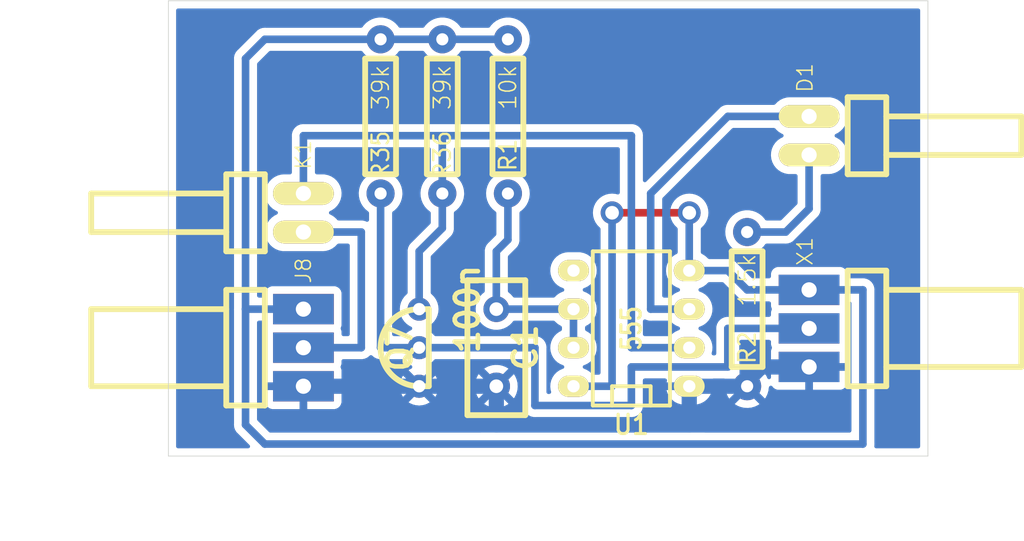
<source format=kicad_pcb>
(kicad_pcb (version 20211014) (generator pcbnew)
  (layers (0 "F.Cu" signal) (31 "B.Cu" signal) (34 "B.Paste" user) (35 "F.Paste" user) (36 "B.SilkS" user "B.Silkscreen") (37 "F.SilkS" user "F.Silkscreen") (38 "B.Mask" user) (39 "F.Mask" user) (44 "Edge.Cuts" user))
  (net 0 "")
  (net 1 "Net-(C1-Pad1)")
  (net 2 "GND")
  (net 3 "Net-(R2-Pad2)")
  (net 4 "Net-(U1-Pad3)")
  (net 5 "/5V")
  (net 6 "Net-(J8-Pad2)")
  (net 7 "Net-(K1-Pad1)")
  (net 8 "Net-(Q7-PadG)")
  (footprint "RG:DIP-8_300" (layer "F.Cu") (at 30.48 21.59 90)
    (fp_text reference "U1" (at -6.35 0) (layer "F.SilkS") (effects (font (size 1.27 1.143) (thickness 0.2032))))
    (fp_text value "555" (at 0 0 90) (layer "F.SilkS") (effects (font (size 1.27 1.016) (thickness 0.2032))))
    (fp_line (start -5.08 -1.27) (end -3.81 -1.27) (layer "F.SilkS") (width 0.254))
    (fp_line (start -5.08 -2.54) (end 5.08 -2.54) (layer "F.SilkS") (width 0.254))
    (fp_line (start -3.81 -1.27) (end -3.81 1.27) (layer "F.SilkS") (width 0.254))
    (fp_line (start 5.08 -2.54) (end 5.08 2.54) (layer "F.SilkS") (width 0.254))
    (fp_line (start 5.08 2.54) (end -5.08 2.54) (layer "F.SilkS") (width 0.254))
    (fp_line (start -5.08 2.54) (end -5.08 -2.54) (layer "F.SilkS") (width 0.254))
    (fp_line (start -3.81 1.27) (end -5.08 1.27) (layer "F.SilkS") (width 0.254))
    (pad "1" thru_hole oval locked (at -3.81 3.81 90) (size 1.397 2.032) (drill 0.8128) (layers *.Cu *.Mask "F.SilkS") (net 2 "GND"))
    (pad "2" thru_hole oval locked (at -1.27 3.81 90) (size 1.397 2.032) (drill 0.8128) (layers *.Cu *.Mask "F.SilkS") (net 7 "Net-(K1-Pad1)"))
    (pad "3" thru_hole oval locked (at 1.27 3.81 90) (size 1.397 2.032) (drill 0.8128) (layers *.Cu *.Mask "F.SilkS") (net 4 "Net-(U1-Pad3)"))
    (pad "4" thru_hole oval locked (at 3.81 3.81 90) (size 1.397 2.032) (drill 0.8128) (layers *.Cu *.Mask "F.SilkS") (net 5 "/5V"))
    (pad "5" thru_hole oval locked (at 3.81 -3.81 90) (size 1.397 2.032) (drill 0.8128) (layers *.Cu *.Mask "F.SilkS"))
    (pad "6" thru_hole oval locked (at 1.27 -3.81 90) (size 1.397 2.032) (drill 0.8128) (layers *.Cu *.Mask "F.SilkS") (net 1 "Net-(C1-Pad1)"))
    (pad "7" thru_hole oval locked (at -1.27 -3.81 90) (size 1.397 2.032) (drill 0.8128) (layers *.Cu *.Mask "F.SilkS") (net 1 "Net-(C1-Pad1)"))
    (pad "8" thru_hole oval locked (at -3.81 -3.81 90) (size 1.397 2.032) (drill 0.8128) (layers *.Cu *.Mask "F.SilkS") (net 5 "/5V"))
  )
  (footprint "RG:PSS_3W" (layer "F.Cu") (at 42.1798 21.59 -90)
    (fp_text reference "X1" (at -5.08 0.2698 90) (layer "F.SilkS") (effects (font (size 1.00076 1.00076) (thickness 0.09906))))
    (fp_text value "OPL820-OC" hide)
    (fp_line (start -3.81 -5.08) (end -3.81 -2.54) (layer "F.SilkS") (width 0.381))
    (fp_line (start -3.81 -2.54) (end 3.81 -2.54) (layer "F.SilkS") (width 0.381))
    (fp_line (start 3.81 -5.08) (end -3.81 -5.08) (layer "F.SilkS") (width 0.381))
    (fp_line (start 2.54 -13.97) (end 2.54 -5.08) (layer "F.SilkS") (width 0.381))
    (fp_line (start -2.54 -5.08) (end -2.54 -13.97) (layer "F.SilkS") (width 0.381))
    (fp_line (start -2.54 -13.97) (end 2.54 -13.97) (layer "F.SilkS") (width 0.381))
    (fp_line (start 3.81 -2.54) (end 3.81 -5.08) (layer "F.SilkS") (width 0.381))
    (pad "1" thru_hole rect (at 2.54 0 270) (size 1.99898 4) (drill 1.00076) (layers *.Cu *.Mask) (net 2 "GND"))
    (pad "2" thru_hole rect (at 0 0 270) (size 1.99898 4) (drill 1.00076) (layers *.Cu *.Mask) (net 8 "Net-(Q7-PadG)"))
    (pad "3" thru_hole rect (at -2.54 0 270) (size 1.99898 4) (drill 1.00076) (layers *.Cu *.Mask) (net 5 "/5V"))
  )
  (footprint "RG:R4-2" (layer "F.Cu") (at 38.1 20.32 90)
    (fp_text reference "R2" (at -2.54 0 90) (layer "F.SilkS") (effects (font (size 1.1 1.1))))
    (fp_text value "1.5k" (at 1.905 0 90) (layer "F.SilkS") (effects (font (size 1.1 1.1) (thickness 0.1))))
    (fp_line (start -3.81 1.016) (end -3.81 -1.016) (layer "F.SilkS") (width 0.381))
    (fp_line (start -3.81 -1.016) (end 3.81 -1.016) (layer "F.SilkS") (width 0.381))
    (fp_line (start 3.81 1.016) (end -3.81 1.016) (layer "F.SilkS") (width 0.381))
    (fp_line (start 3.81 -1.016) (end 3.81 1.016) (layer "F.SilkS") (width 0.381))
    (pad "1" thru_hole circle (at -5.08 0 90) (size 1.85 1.85) (drill 0.8) (layers *.Cu *.Mask) (net 2 "GND"))
    (pad "2" thru_hole circle (at 5.08 0 90) (size 1.85 1.85) (drill 0.8) (layers *.Cu *.Mask) (net 3 "Net-(R2-Pad2)"))
  )
  (footprint "RG:R4-2" (layer "F.Cu") (at 22.352 7.62 90)
    (fp_text reference "R1" (at -2.54 0 90) (layer "F.SilkS") (effects (font (size 1.1 1.1))))
    (fp_text value "10k" (at 1.905 0 90) (layer "F.SilkS") (effects (font (size 1.1 1.1) (thickness 0.1))))
    (fp_line (start -3.81 -1.016) (end 3.81 -1.016) (layer "F.SilkS") (width 0.381))
    (fp_line (start 3.81 -1.016) (end 3.81 1.016) (layer "F.SilkS") (width 0.381))
    (fp_line (start -3.81 1.016) (end -3.81 -1.016) (layer "F.SilkS") (width 0.381))
    (fp_line (start 3.81 1.016) (end -3.81 1.016) (layer "F.SilkS") (width 0.381))
    (pad "1" thru_hole circle (at -5.08 0 90) (size 1.85 1.85) (drill 0.8) (layers *.Cu *.Mask) (net 1 "Net-(C1-Pad1)"))
    (pad "2" thru_hole circle (at 5.08 0 90) (size 1.85 1.85) (drill 0.8) (layers *.Cu *.Mask) (net 5 "/5V"))
  )
  (footprint "RG:PSS_2W" (layer "F.Cu") (at 42.1798 8.89 -90)
    (fp_text reference "D1" (at -3.81 0.2698 90) (layer "F.SilkS") (effects (font (size 1.00076 1.00076) (thickness 0.09906))))
    (fp_text value "LED" hide)
    (fp_line (start -1.27 -13.97) (end 1.27 -13.97) (layer "F.SilkS") (width 0.381))
    (fp_line (start -2.54 -2.54) (end 2.54 -2.54) (layer "F.SilkS") (width 0.381))
    (fp_line (start -2.54 -5.08) (end 2.54 -5.08) (layer "F.SilkS") (width 0.381))
    (fp_line (start -1.27 -13.97) (end -1.27 -5.08) (layer "F.SilkS") (width 0.381))
    (fp_line (start 2.54 -5.08) (end 2.54 -2.54) (layer "F.SilkS") (width 0.381))
    (fp_line (start 1.27 -13.97) (end 1.27 -5.08) (layer "F.SilkS") (width 0.381))
    (fp_line (start -2.54 -2.54) (end -2.54 -5.08) (layer "F.SilkS") (width 0.381))
    (pad "1" thru_hole oval locked (at 1.27 0 270) (size 1.5 4) (drill 1.00076) (layers *.Cu *.Mask "F.SilkS") (net 3 "Net-(R2-Pad2)"))
    (pad "2" thru_hole oval locked (at -1.27 0 270) (size 1.5 4) (drill 1.00076) (layers *.Cu *.Mask "F.SilkS") (net 4 "Net-(U1-Pad3)"))
  )
  (footprint "RG:R4-2" (layer "F.Cu") (at 13.97 7.62 90)
    (fp_text reference "R35" (at -2.54 0 90) (layer "F.SilkS") (effects (font (size 1.1 1.1))))
    (fp_text value "39k" (at 1.905 0 90) (layer "F.SilkS") (effects (font (size 1.1 1.1) (thickness 0.1))))
    (fp_line (start 3.81 -1.016) (end 3.81 1.016) (layer "F.SilkS") (width 0.381))
    (fp_line (start -3.81 1.016) (end -3.81 -1.016) (layer "F.SilkS") (width 0.381))
    (fp_line (start 3.81 1.016) (end -3.81 1.016) (layer "F.SilkS") (width 0.381))
    (fp_line (start -3.81 -1.016) (end 3.81 -1.016) (layer "F.SilkS") (width 0.381))
    (pad "1" thru_hole circle (at -5.08 0 90) (size 1.85 1.85) (drill 0.8) (layers *.Cu *.Mask) (net 8 "Net-(Q7-PadG)"))
    (pad "2" thru_hole circle (at 5.08 0 90) (size 1.85 1.85) (drill 0.8) (layers *.Cu *.Mask) (net 5 "/5V"))
  )
  (footprint "RG:PSS_3W" (layer "F.Cu") (at 8.89 22.86 90)
    (fp_text reference "J8" (at 5.08 0 90) (layer "F.SilkS") (effects (font (size 1.00076 1.00076) (thickness 0.09906))))
    (fp_text value "Conn_01x03" hide)
    (fp_line (start -2.54 -5.08) (end -2.54 -13.97) (layer "F.SilkS") (width 0.381))
    (fp_line (start -3.81 -2.54) (end 3.81 -2.54) (layer "F.SilkS") (width 0.381))
    (fp_line (start 2.54 -13.97) (end 2.54 -5.08) (layer "F.SilkS") (width 0.381))
    (fp_line (start 3.81 -2.54) (end 3.81 -5.08) (layer "F.SilkS") (width 0.381))
    (fp_line (start 3.81 -5.08) (end -3.81 -5.08) (layer "F.SilkS") (width 0.381))
    (fp_line (start -2.54 -13.97) (end 2.54 -13.97) (layer "F.SilkS") (width 0.381))
    (fp_line (start -3.81 -5.08) (end -3.81 -2.54) (layer "F.SilkS") (width 0.381))
    (pad "1" thru_hole rect (at 2.54 0 90) (size 1.99898 4) (drill 1.00076) (layers *.Cu *.Mask) (net 5 "/5V"))
    (pad "2" thru_hole rect (at 0 0 90) (size 1.99898 4) (drill 1.00076) (layers *.Cu *.Mask) (net 6 "Net-(J8-Pad2)"))
    (pad "3" thru_hole rect (at -2.54 0 90) (size 1.99898 4) (drill 1.00076) (layers *.Cu *.Mask) (net 2 "GND"))
  )
  (footprint "RG:R4-2" (layer "F.Cu") (at 18.034 7.62 90)
    (fp_text reference "R36" (at -2.54 0 90) (layer "F.SilkS") (effects (font (size 1.1 1.1))))
    (fp_text value "39k" (at 1.905 0 90) (layer "F.SilkS") (effects (font (size 1.1 1.1) (thickness 0.1))))
    (fp_line (start 3.81 -1.016) (end 3.81 1.016) (layer "F.SilkS") (width 0.381))
    (fp_line (start -3.81 1.016) (end -3.81 -1.016) (layer "F.SilkS") (width 0.381))
    (fp_line (start 3.81 1.016) (end -3.81 1.016) (layer "F.SilkS") (width 0.381))
    (fp_line (start -3.81 -1.016) (end 3.81 -1.016) (layer "F.SilkS") (width 0.381))
    (pad "1" thru_hole circle (at -5.08 0 90) (size 1.85 1.85) (drill 0.8) (layers *.Cu *.Mask) (net 7 "Net-(K1-Pad1)"))
    (pad "2" thru_hole circle (at 5.08 0 90) (size 1.85 1.85) (drill 0.8) (layers *.Cu *.Mask) (net 5 "/5V"))
  )
  (footprint "RG:PSS_2W" (layer "F.Cu") (at 8.89 13.97 90)
    (fp_text reference "K1" (at 3.81 0 90) (layer "F.SilkS") (effects (font (size 1.00076 1.00076) (thickness 0.09906))))
    (fp_text value "SchEin" hide)
    (fp_line (start -2.54 -5.08) (end 2.54 -5.08) (layer "F.SilkS") (width 0.381))
    (fp_line (start -2.54 -2.54) (end -2.54 -5.08) (layer "F.SilkS") (width 0.381))
    (fp_line (start -2.54 -2.54) (end 2.54 -2.54) (layer "F.SilkS") (width 0.381))
    (fp_line (start -1.27 -13.97) (end -1.27 -5.08) (layer "F.SilkS") (width 0.381))
    (fp_line (start 1.27 -13.97) (end 1.27 -5.08) (layer "F.SilkS") (width 0.381))
    (fp_line (start 2.54 -5.08) (end 2.54 -2.54) (layer "F.SilkS") (width 0.381))
    (fp_line (start -1.27 -13.97) (end 1.27 -13.97) (layer "F.SilkS") (width 0.381))
    (pad "1" thru_hole oval locked (at 1.27 0 90) (size 1.5 4) (drill 1.00076) (layers *.Cu *.Mask "F.SilkS") (net 7 "Net-(K1-Pad1)"))
    (pad "2" thru_hole oval locked (at -1.27 0 90) (size 1.5 4) (drill 1.00076) (layers *.Cu *.Mask "F.SilkS") (net 6 "Net-(J8-Pad2)"))
  )
  (footprint "RG:FETsgd_inline" (layer "F.Cu") (at 16.51 22.86 180)
    (fp_text reference "Q7" (at 1.27 0 90) (layer "F.SilkS") (effects (font (size 1.524 1.524) (thickness 0.3048))))
    (fp_text value "2N7000" hide)
    (fp_line (start -0.635 2.54) (end 0 2.54) (layer "F.SilkS") (width 0.381))
    (fp_line (start -0.635 -2.54) (end -0.635 2.54) (layer "F.SilkS") (width 0.381))
    (fp_line (start 0 -2.54) (end -0.635 -2.54) (layer "F.SilkS") (width 0.381))
    (fp_arc (start 0 -2.54) (mid 1.796051 -1.796051) (end 2.54 0) (layer "F.SilkS") (width 0.381))
    (fp_arc (start 2.54 0) (mid 1.796051 1.796051) (end 0 2.54) (layer "F.SilkS") (width 0.381))
    (pad "D" thru_hole circle (at 0 2.54 180) (size 1.524 1.524) (drill 0.8128) (layers *.Cu *.Mask) (net 7 "Net-(K1-Pad1)"))
    (pad "G" thru_hole circle (at 0 0 180) (size 1.524 1.524) (drill 0.8128) (layers *.Cu *.Mask) (net 8 "Net-(Q7-PadG)"))
    (pad "S" thru_hole circle (at 0 -2.54 180) (size 1.524 1.524) (drill 0.8128) (layers *.Cu *.Mask) (net 2 "GND"))
  )
  (footprint "RG:C2-2" (layer "F.Cu") (at 21.59 22.86 -90)
    (fp_text reference "C1" (at 0 -1.905 90) (layer "F.SilkS") (effects (font (size 1.524 1.524) (thickness 0.3048))))
    (fp_text value "100n" (at -2.54 1.905 90) (layer "F.SilkS") (effects (font (size 1.524 1.524) (thickness 0.3048))))
    (fp_line (start -4.445 1.905) (end -4.445 -1.905) (layer "F.SilkS") (width 0.381))
    (fp_line (start -4.445 -1.905) (end 4.445 -1.905) (layer "F.SilkS") (width 0.381))
    (fp_line (start 4.445 -1.905) (end 4.445 1.905) (layer "F.SilkS") (width 0.381))
    (fp_line (start 4.445 1.905) (end -4.445 1.905) (layer "F.SilkS") (width 0.381))
    (pad "1" thru_hole circle (at -2.54 0 270) (size 1.7 1.7) (drill 0.9) (layers *.Cu *.Mask) (net 1 "Net-(C1-Pad1)"))
    (pad "2" thru_hole circle (at 2.54 0 270) (size 1.8 1.8) (drill 0.9) (layers *.Cu *.Mask) (net 2 "GND"))
  )
  (gr_line (start 0 0) (end 50 0) (layer "Edge.Cuts") (width 0.05))
  (gr_line (start 0 30) (end 0 0) (layer "Edge.Cuts") (width 0.05))
  (gr_line (start 50 0) (end 50 30) (layer "Edge.Cuts") (width 0.05))
  (gr_line (start 50 30) (end 0 30) (layer "Edge.Cuts") (width 0.05))
  (gr_text "WWI Lightgun\nRG 2023" (at 33.02 3.81) (layer "B.Cu") (effects (font (size 1.5 1.5) (thickness 0.3)) (justify mirror)))
  (segment (start 21.59 20.32) (end 21.59 16.51) (width 0.5) (layer "B.Cu") (net 1))
  (segment (start 26.67 20.32) (end 21.59 20.32) (width 0.5) (layer "B.Cu") (net 1))
  (segment (start 21.59 16.51) (end 22.352 15.748) (width 0.5) (layer "B.Cu") (net 1))
  (segment (start 22.352 15.748) (end 22.352 12.7) (width 0.5) (layer "B.Cu") (net 1))
  (segment (start 26.67 20.32) (end 26.67 22.86) (width 0.5) (layer "B.Cu") (net 1))
  (segment (start 42.1798 24.13) (end 38.1 24.13) (width 1) (layer "B.Cu") (net 2))
  (segment (start 38.1 25.4) (end 34.29 25.4) (width 1) (layer "B.Cu") (net 2))
  (segment (start 8.89 25.4) (end 21.59 25.4) (width 1) (layer "B.Cu") (net 2))
  (segment (start 34.29 27.94) (end 34.29 25.4) (width 1) (layer "B.Cu") (net 2))
  (segment (start 38.1 24.13) (end 38.1 25.4) (width 1) (layer "B.Cu") (net 2))
  (segment (start 21.59 27.94) (end 34.29 27.94) (width 1) (layer "B.Cu") (net 2))
  (segment (start 21.59 25.4) (end 21.59 27.94) (width 1) (layer "B.Cu") (net 2))
  (segment (start 38.1 15.24) (end 40.64 15.24) (width 0.5) (layer "B.Cu") (net 3))
  (segment (start 42.1798 13.7002) (end 42.1798 10.16) (width 0.5) (layer "B.Cu") (net 3))
  (segment (start 40.64 15.24) (end 42.1798 13.7002) (width 0.5) (layer "B.Cu") (net 3))
  (segment (start 34.29 20.32) (end 31.75 20.32) (width 0.5) (layer "B.Cu") (net 4))
  (segment (start 36.83 7.62) (end 42.1798 7.62) (width 0.5) (layer "B.Cu") (net 4))
  (segment (start 31.75 20.32) (end 31.75 12.7) (width 0.5) (layer "B.Cu") (net 4))
  (segment (start 31.75 12.7) (end 36.83 7.62) (width 0.5) (layer "B.Cu") (net 4))
  (segment (start 34.29 13.97) (end 29.21 13.97) (width 0.5) (layer "F.Cu") (net 5))
  (via (at 29.21 13.97) (size 1.5) (drill 0.9) (layers "F.Cu" "B.Cu") (net 5))
  (via (at 34.29 13.97) (size 1.5) (drill 0.9) (layers "F.Cu" "B.Cu") (net 5))
  (segment (start 6.35 2.54) (end 13.97 2.54) (width 0.5) (layer "B.Cu") (net 5))
  (segment (start 13.97 2.54) (end 22.352 2.54) (width 0.5) (layer "B.Cu") (net 5))
  (segment (start 5.08 20.32) (end 5.08 3.81) (width 0.5) (layer "B.Cu") (net 5))
  (segment (start 8.89 20.32) (end 5.08 20.32) (width 0.5) (layer "B.Cu") (net 5))
  (segment (start 6.35 29.21) (end 5.08 27.94) (width 0.5) (layer "B.Cu") (net 5))
  (segment (start 38.1 19.05) (end 42.1798 19.05) (width 0.5) (layer "B.Cu") (net 5))
  (segment (start 34.29 17.78) (end 36.83 17.78) (width 0.5) (layer "B.Cu") (net 5))
  (segment (start 36.83 17.78) (end 38.1 19.05) (width 0.5) (layer "B.Cu") (net 5))
  (segment (start 5.08 27.94) (end 5.08 20.32) (width 0.5) (layer "B.Cu") (net 5))
  (segment (start 29.21 13.97) (end 29.21 25.4) (width 0.5) (layer "B.Cu") (net 5))
  (segment (start 45.72 29.21) (end 6.35 29.21) (width 0.5) (layer "B.Cu") (net 5))
  (segment (start 42.1798 19.05) (end 45.72 19.05) (width 0.5) (layer "B.Cu") (net 5))
  (segment (start 29.21 25.4) (end 26.67 25.4) (width 0.5) (layer "B.Cu") (net 5))
  (segment (start 5.08 3.81) (end 6.35 2.54) (width 0.5) (layer "B.Cu") (net 5))
  (segment (start 45.72 19.05) (end 45.72 29.21) (width 0.5) (layer "B.Cu") (net 5))
  (segment (start 34.29 17.78) (end 34.29 13.97) (width 0.5) (layer "B.Cu") (net 5))
  (segment (start 8.89 15.24) (end 12.7 15.24) (width 0.5) (layer "B.Cu") (net 6))
  (segment (start 12.7 22.86) (end 8.89 22.86) (width 0.5) (layer "B.Cu") (net 6))
  (segment (start 12.7 15.24) (end 12.7 22.86) (width 0.5) (layer "B.Cu") (net 6))
  (segment (start 18.034 12.7) (end 18.034 14.986) (width 0.5) (layer "B.Cu") (net 7))
  (segment (start 8.89 12.7) (end 8.89 8.89) (width 0.5) (layer "B.Cu") (net 7))
  (segment (start 18.034 14.986) (end 16.51 16.51) (width 0.5) (layer "B.Cu") (net 7))
  (segment (start 17.78 8.89) (end 18.034 9.144) (width 0.5) (layer "B.Cu") (net 7))
  (segment (start 30.48 22.86) (end 30.48 8.89) (width 0.5) (layer "B.Cu") (net 7))
  (segment (start 18.034 9.144) (end 18.034 12.7) (width 0.5) (layer "B.Cu") (net 7))
  (segment (start 8.89 8.89) (end 17.78 8.89) (width 0.5) (layer "B.Cu") (net 7))
  (segment (start 30.48 8.89) (end 17.78 8.89) (width 0.5) (layer "B.Cu") (net 7))
  (segment (start 16.51 16.51) (end 16.51 20.32) (width 0.5) (layer "B.Cu") (net 7))
  (segment (start 34.29 22.86) (end 30.48 22.86) (width 0.5) (layer "B.Cu") (net 7))
  (segment (start 13.97 22.86) (end 13.97 12.7) (width 0.5) (layer "B.Cu") (net 8))
  (segment (start 36.83 24.13) (end 30.48 24.13) (width 0.5) (layer "B.Cu") (net 8))
  (segment (start 16.51 22.86) (end 13.97 22.86) (width 0.5) (layer "B.Cu") (net 8))
  (segment (start 30.48 24.13) (end 30.48 26.67) (width 0.5) (layer "B.Cu") (net 8))
  (segment (start 30.48 26.67) (end 24.13 26.67) (width 0.5) (layer "B.Cu") (net 8))
  (segment (start 24.13 22.86) (end 16.51 22.86) (width 0.5) (layer "B.Cu") (net 8))
  (segment (start 36.83 21.59) (end 36.83 24.13) (width 0.5) (layer "B.Cu") (net 8))
  (segment (start 24.13 26.67) (end 24.13 22.86) (width 0.5) (layer "B.Cu") (net 8))
  (segment (start 42.1798 21.59) (end 36.83 21.59) (width 0.5) (layer "B.Cu") (net 8))
  (zone (net 2) (net_name "GND") (layer "B.Cu") (connect_pads (clearance 0.508)) (min_thickness 0.254) (fill yes (thermal_gap 0.508) (thermal_bridge_width 0.508))
    (polygon (pts (xy 50 30) (xy 0 30) (xy 0 0) (xy 50 0)))
  )
  (zone (net 0) (net_name "") (layer "B.Cu") (connect_pads (clearance 0.508)) (min_thickness 0.254) (fill yes (thermal_gap 0.508) (thermal_bridge_width 0.508))
    (polygon (pts (xy 50 30) (xy 0 30) (xy 0 0) (xy 50 0)))
  )
)
</source>
